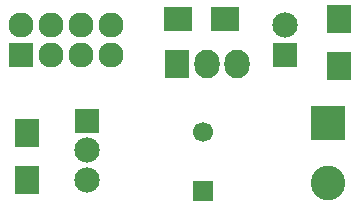
<source format=gbr>
G04 #@! TF.FileFunction,Soldermask,Bot*
%FSLAX46Y46*%
G04 Gerber Fmt 4.6, Leading zero omitted, Abs format (unit mm)*
G04 Created by KiCad (PCBNEW 4.0.3+e1-6302~38~ubuntu15.04.1-stable) date Sun Oct 23 08:05:09 2016*
%MOMM*%
%LPD*%
G01*
G04 APERTURE LIST*
%ADD10C,0.100000*%
%ADD11R,2.127200X2.127200*%
%ADD12O,2.127200X2.127200*%
%ADD13R,2.150000X2.150000*%
%ADD14C,2.150000*%
%ADD15R,1.700000X1.700000*%
%ADD16C,1.700000*%
%ADD17R,2.940000X2.940000*%
%ADD18C,2.940000*%
%ADD19R,2.127200X2.432000*%
%ADD20O,2.127200X2.432000*%
%ADD21R,2.100000X2.400000*%
%ADD22R,2.400000X2.100000*%
G04 APERTURE END LIST*
D10*
D11*
X132588000Y-99060000D03*
D12*
X132588000Y-96520000D03*
X135128000Y-99060000D03*
X135128000Y-96520000D03*
X137668000Y-99060000D03*
X137668000Y-96520000D03*
X140208000Y-99060000D03*
X140208000Y-96520000D03*
D13*
X138176000Y-104648000D03*
D14*
X138176000Y-107148000D03*
X138176000Y-109648000D03*
D15*
X148000000Y-110600000D03*
D16*
X148000000Y-105600000D03*
D17*
X158600000Y-104860000D03*
D18*
X158600000Y-109940000D03*
D13*
X154940000Y-99060000D03*
D14*
X154940000Y-96560000D03*
D19*
X145796000Y-99822000D03*
D20*
X148336000Y-99822000D03*
X150876000Y-99822000D03*
D21*
X133096000Y-109696000D03*
X133096000Y-105696000D03*
D22*
X149828000Y-96012000D03*
X145828000Y-96012000D03*
D21*
X159512000Y-96044000D03*
X159512000Y-100044000D03*
M02*

</source>
